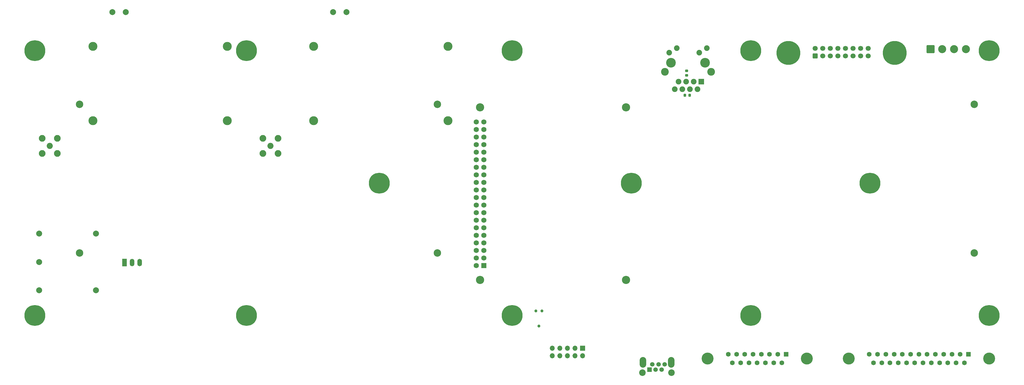
<source format=gbr>
%TF.GenerationSoftware,KiCad,Pcbnew,6.0.2+dfsg-1*%
%TF.CreationDate,2024-06-08T22:33:11+02:00*%
%TF.ProjectId,seatel,73656174-656c-42e6-9b69-6361645f7063,rev?*%
%TF.SameCoordinates,Original*%
%TF.FileFunction,Soldermask,Bot*%
%TF.FilePolarity,Negative*%
%FSLAX46Y46*%
G04 Gerber Fmt 4.6, Leading zero omitted, Abs format (unit mm)*
G04 Created by KiCad (PCBNEW 6.0.2+dfsg-1) date 2024-06-08 22:33:11*
%MOMM*%
%LPD*%
G01*
G04 APERTURE LIST*
G04 Aperture macros list*
%AMRoundRect*
0 Rectangle with rounded corners*
0 $1 Rounding radius*
0 $2 $3 $4 $5 $6 $7 $8 $9 X,Y pos of 4 corners*
0 Add a 4 corners polygon primitive as box body*
4,1,4,$2,$3,$4,$5,$6,$7,$8,$9,$2,$3,0*
0 Add four circle primitives for the rounded corners*
1,1,$1+$1,$2,$3*
1,1,$1+$1,$4,$5*
1,1,$1+$1,$6,$7*
1,1,$1+$1,$8,$9*
0 Add four rect primitives between the rounded corners*
20,1,$1+$1,$2,$3,$4,$5,0*
20,1,$1+$1,$4,$5,$6,$7,0*
20,1,$1+$1,$6,$7,$8,$9,0*
20,1,$1+$1,$8,$9,$2,$3,0*%
G04 Aperture macros list end*
%ADD10R,1.700000X1.700000*%
%ADD11O,1.700000X1.700000*%
%ADD12C,7.000000*%
%ADD13C,3.000000*%
%ADD14C,2.000000*%
%ADD15C,2.500000*%
%ADD16C,2.200000*%
%ADD17O,2.200000X3.600000*%
%ADD18C,1.500000*%
%ADD19R,1.500000X1.500000*%
%ADD20C,4.000000*%
%ADD21R,1.600000X1.600000*%
%ADD22C,1.600000*%
%ADD23RoundRect,0.250000X0.600000X-0.600000X0.600000X0.600000X-0.600000X0.600000X-0.600000X-0.600000X0*%
%ADD24C,1.700000*%
%ADD25C,8.000000*%
%ADD26R,1.500000X2.500000*%
%ADD27O,1.500000X2.500000*%
%ADD28C,0.990600*%
%ADD29C,2.050000*%
%ADD30C,2.250000*%
%ADD31RoundRect,0.250001X-1.099999X-1.099999X1.099999X-1.099999X1.099999X1.099999X-1.099999X1.099999X0*%
%ADD32C,2.700000*%
%ADD33C,2.750000*%
%ADD34R,1.750000X1.750000*%
%ADD35C,1.750000*%
%ADD36C,3.250000*%
%ADD37C,2.600000*%
%ADD38C,1.890000*%
%ADD39R,1.900000X1.900000*%
%ADD40C,1.900000*%
%ADD41RoundRect,0.225000X0.250000X-0.225000X0.250000X0.225000X-0.250000X0.225000X-0.250000X-0.225000X0*%
%ADD42RoundRect,0.225000X0.225000X0.250000X-0.225000X0.250000X-0.225000X-0.250000X0.225000X-0.250000X0*%
G04 APERTURE END LIST*
D10*
%TO.C,J6*%
X238675000Y-186950000D03*
D11*
X238675000Y-189490000D03*
X236135000Y-186950000D03*
X236135000Y-189490000D03*
X233595000Y-186950000D03*
X233595000Y-189490000D03*
X231055000Y-186950000D03*
X231055000Y-189490000D03*
X228515000Y-186950000D03*
X228515000Y-189490000D03*
%TD*%
D12*
%TO.C,H5*%
X375000000Y-176000000D03*
%TD*%
D13*
%TO.C,J1*%
X148500000Y-110500000D03*
X148500000Y-85500000D03*
X193500000Y-85500000D03*
X193500000Y-110500000D03*
D14*
X159500000Y-74000000D03*
X155000000Y-74000000D03*
%TD*%
D15*
%TO.C,FID4*%
X190000000Y-105000000D03*
%TD*%
D16*
%TO.C,J8*%
X268450000Y-195150000D03*
D17*
X258850000Y-191700000D03*
X268350000Y-191700000D03*
D16*
X258750000Y-195150000D03*
D18*
X266150000Y-192400000D03*
X265150000Y-194200000D03*
X264100000Y-192400000D03*
X263100000Y-194200000D03*
X262050000Y-192400000D03*
D19*
X261050000Y-194200000D03*
%TD*%
D12*
%TO.C,H2*%
X126000000Y-176000000D03*
%TD*%
D14*
%TO.C,IC7*%
X56475000Y-148475000D03*
X56475000Y-158000000D03*
X56475000Y-167525000D03*
X75525000Y-167525000D03*
X75525000Y-148475000D03*
%TD*%
D20*
%TO.C,J9*%
X313830000Y-190439669D03*
X280530000Y-190439669D03*
D21*
X306875000Y-189019669D03*
D22*
X304105000Y-189019669D03*
X301335000Y-189019669D03*
X298565000Y-189019669D03*
X295795000Y-189019669D03*
X293025000Y-189019669D03*
X290255000Y-189019669D03*
X287485000Y-189019669D03*
X305490000Y-191859669D03*
X302720000Y-191859669D03*
X299950000Y-191859669D03*
X297180000Y-191859669D03*
X294410000Y-191859669D03*
X291640000Y-191859669D03*
X288870000Y-191859669D03*
%TD*%
D15*
%TO.C,FID3*%
X370000000Y-105000000D03*
%TD*%
D12*
%TO.C,H1*%
X55000000Y-176000000D03*
%TD*%
%TO.C,H8*%
X335000000Y-131500000D03*
%TD*%
D23*
%TO.C,J115*%
X316610000Y-88752500D03*
D24*
X316610000Y-86212500D03*
X319150000Y-88752500D03*
X319150000Y-86212500D03*
X321690000Y-88752500D03*
X321690000Y-86212500D03*
X324230000Y-88752500D03*
X324230000Y-86212500D03*
X326770000Y-88752500D03*
X326770000Y-86212500D03*
X329310000Y-88752500D03*
X329310000Y-86212500D03*
X331850000Y-88752500D03*
X331850000Y-86212500D03*
X334390000Y-88752500D03*
X334390000Y-86212500D03*
D25*
X307670000Y-87732500D03*
X343330000Y-87732500D03*
%TD*%
D12*
%TO.C,H10*%
X126000000Y-87000000D03*
%TD*%
D26*
%TO.C,IC8*%
X85067500Y-158182500D03*
D27*
X87607500Y-158182500D03*
X90147500Y-158182500D03*
%TD*%
D12*
%TO.C,H6*%
X170500000Y-131500000D03*
%TD*%
D28*
%TO.C,P1*%
X225016000Y-174460000D03*
X222984000Y-174460000D03*
X224000000Y-179540000D03*
%TD*%
D12*
%TO.C,H12*%
X295000000Y-87000000D03*
%TD*%
D29*
%TO.C,J5*%
X134000000Y-119000000D03*
D30*
X136540000Y-116460000D03*
X131460000Y-121540000D03*
X136540000Y-121540000D03*
X131460000Y-116460000D03*
%TD*%
D15*
%TO.C,FID1*%
X370000000Y-155000000D03*
%TD*%
D31*
%TO.C,J111*%
X355282500Y-86450000D03*
D32*
X359242500Y-86450000D03*
X363202500Y-86450000D03*
X367162500Y-86450000D03*
%TD*%
D12*
%TO.C,H9*%
X55000000Y-87000000D03*
%TD*%
D15*
%TO.C,FID2*%
X190000000Y-155000000D03*
%TD*%
D20*
%TO.C,J10*%
X374955000Y-190439669D03*
X327855000Y-190439669D03*
D21*
X368025000Y-189019669D03*
D22*
X365255000Y-189019669D03*
X362485000Y-189019669D03*
X359715000Y-189019669D03*
X356945000Y-189019669D03*
X354175000Y-189019669D03*
X351405000Y-189019669D03*
X348635000Y-189019669D03*
X345865000Y-189019669D03*
X343095000Y-189019669D03*
X340325000Y-189019669D03*
X337555000Y-189019669D03*
X334785000Y-189019669D03*
X366640000Y-191859669D03*
X363870000Y-191859669D03*
X361100000Y-191859669D03*
X358330000Y-191859669D03*
X355560000Y-191859669D03*
X352790000Y-191859669D03*
X350020000Y-191859669D03*
X347250000Y-191859669D03*
X344480000Y-191859669D03*
X341710000Y-191859669D03*
X338940000Y-191859669D03*
X336170000Y-191859669D03*
%TD*%
D33*
%TO.C,J3*%
X253250000Y-106050000D03*
X204250000Y-106050000D03*
X204250000Y-164050000D03*
X253250000Y-164050000D03*
D34*
X205520000Y-159180000D03*
D35*
X202980000Y-159180000D03*
X205520000Y-156640000D03*
X202980000Y-156640000D03*
X205520000Y-154100000D03*
X202980000Y-154100000D03*
X205520000Y-151560000D03*
X202980000Y-151560000D03*
X205520000Y-149020000D03*
X202980000Y-149020000D03*
X205520000Y-146480000D03*
X202980000Y-146480000D03*
X205520000Y-143940000D03*
X202980000Y-143940000D03*
X205520000Y-141400000D03*
X202980000Y-141400000D03*
X205520000Y-138860000D03*
X202980000Y-138860000D03*
X205520000Y-136320000D03*
X202980000Y-136320000D03*
X205520000Y-133780000D03*
X202980000Y-133780000D03*
X205520000Y-131240000D03*
X202980000Y-131240000D03*
X205520000Y-128700000D03*
X202980000Y-128700000D03*
X205520000Y-126160000D03*
X202980000Y-126160000D03*
X205520000Y-123620000D03*
X202980000Y-123620000D03*
X205520000Y-121080000D03*
X202980000Y-121080000D03*
X205520000Y-118540000D03*
X202980000Y-118540000D03*
X205520000Y-116000000D03*
X202980000Y-116000000D03*
X205520000Y-113460000D03*
X202980000Y-113460000D03*
X205520000Y-110920000D03*
X202980000Y-110920000D03*
%TD*%
D36*
%TO.C,J7*%
X268285000Y-91030000D03*
X279715000Y-91030000D03*
D37*
X266225000Y-94080000D03*
X281775000Y-94080000D03*
D38*
X267675000Y-87650000D03*
X270215000Y-86130000D03*
X277785000Y-87650000D03*
X280325000Y-86130000D03*
D39*
X278445000Y-97370000D03*
D40*
X277175000Y-99910000D03*
X275905000Y-97370000D03*
X274635000Y-99910000D03*
X273365000Y-97370000D03*
X272095000Y-99910000D03*
X270825000Y-97370000D03*
X269555000Y-99910000D03*
%TD*%
D15*
%TO.C,FID5*%
X70000000Y-105000000D03*
%TD*%
D12*
%TO.C,H7*%
X255000000Y-131500000D03*
%TD*%
%TO.C,H13*%
X375000000Y-87000000D03*
%TD*%
%TO.C,H3*%
X215000000Y-176000000D03*
%TD*%
D29*
%TO.C,J4*%
X60000000Y-119000000D03*
D30*
X57460000Y-116460000D03*
X62540000Y-121540000D03*
X62540000Y-116460000D03*
X57460000Y-121540000D03*
%TD*%
D12*
%TO.C,H4*%
X295000000Y-176000000D03*
%TD*%
%TO.C,H11*%
X215000000Y-87000000D03*
%TD*%
D15*
%TO.C,FID6*%
X70000000Y-155000000D03*
%TD*%
D13*
%TO.C,J2*%
X74500000Y-85500000D03*
X119500000Y-85500000D03*
X119500000Y-110500000D03*
X74500000Y-110500000D03*
D14*
X85500000Y-74000000D03*
X81000000Y-74000000D03*
%TD*%
D41*
%TO.C,C76*%
X273500000Y-95275000D03*
X273500000Y-93725000D03*
%TD*%
D42*
%TO.C,C75*%
X274525000Y-102000000D03*
X272975000Y-102000000D03*
%TD*%
M02*

</source>
